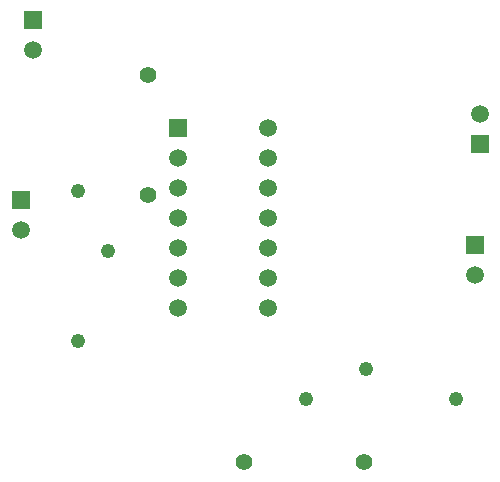
<source format=gtl>
G04 Layer_Physical_Order=1*
G04 Layer_Color=255*
%FSLAX42Y42*%
%MOMM*%
G71*
G01*
G75*
%ADD10C,1.50*%
%ADD11R,1.50X1.50*%
%ADD12C,1.24*%
%ADD13C,1.40*%
%ADD14R,1.50X1.50*%
%ADD15C,1.50*%
D10*
X4432Y3492D02*
D03*
X4394Y2134D02*
D03*
X546Y2515D02*
D03*
X648Y4039D02*
D03*
D11*
X4432Y3238D02*
D03*
X4394Y2388D02*
D03*
X546Y2769D02*
D03*
X648Y4293D02*
D03*
D12*
X1029Y1575D02*
D03*
X1283Y2337D02*
D03*
X1029Y2845D02*
D03*
X4229Y1080D02*
D03*
X3467Y1334D02*
D03*
X2959Y1080D02*
D03*
D13*
X1626Y3823D02*
D03*
Y2807D02*
D03*
X2438Y546D02*
D03*
X3454D02*
D03*
D14*
X1880Y3378D02*
D03*
D15*
Y3124D02*
D03*
Y2870D02*
D03*
Y2616D02*
D03*
Y2362D02*
D03*
Y2108D02*
D03*
Y1854D02*
D03*
X2642Y3378D02*
D03*
Y3124D02*
D03*
Y2870D02*
D03*
Y2616D02*
D03*
Y2362D02*
D03*
Y2108D02*
D03*
Y1854D02*
D03*
M02*

</source>
